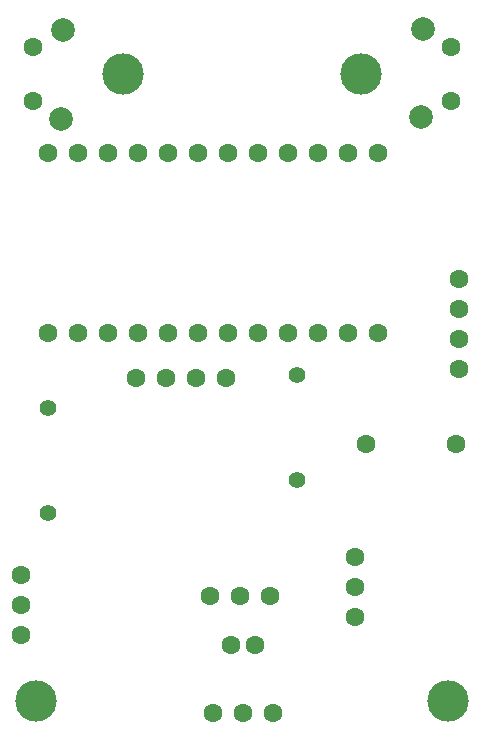
<source format=gbs>
G04 (created by PCBNEW (22-Jun-2014 BZR 4027)-stable) date Tue 27 Sep 2016 11:43:09 BST*
%MOIN*%
G04 Gerber Fmt 3.4, Leading zero omitted, Abs format*
%FSLAX34Y34*%
G01*
G70*
G90*
G04 APERTURE LIST*
%ADD10C,0.00590551*%
%ADD11C,0.055*%
%ADD12C,0.0629921*%
%ADD13C,0.0787402*%
%ADD14C,0.137795*%
G04 APERTURE END LIST*
G54D10*
G54D11*
X112500Y-34100D03*
X112500Y-30600D03*
X120800Y-33000D03*
X120800Y-29500D03*
G54D12*
X123500Y-28100D03*
X122500Y-28100D03*
X123500Y-22100D03*
X121500Y-28100D03*
X120500Y-28100D03*
X119500Y-28100D03*
X118500Y-28100D03*
X117500Y-28100D03*
X116500Y-28100D03*
X115500Y-28100D03*
X114500Y-28100D03*
X113500Y-28100D03*
X112500Y-28100D03*
X122500Y-22100D03*
X121500Y-22100D03*
X120500Y-22100D03*
X119500Y-22100D03*
X118500Y-22100D03*
X117500Y-22100D03*
X116500Y-22100D03*
X115500Y-22100D03*
X114500Y-22100D03*
X113500Y-22100D03*
X112500Y-22100D03*
X123100Y-31800D03*
X126100Y-31800D03*
X115450Y-29600D03*
X116450Y-29600D03*
X117450Y-29600D03*
X118450Y-29600D03*
X111600Y-36150D03*
X111600Y-37150D03*
X111600Y-38150D03*
X122750Y-35550D03*
X122750Y-36550D03*
X122750Y-37550D03*
X125950Y-18550D03*
X125950Y-20350D03*
G54D13*
X124950Y-20900D03*
X125000Y-17950D03*
G54D12*
X112000Y-20350D03*
X112000Y-18550D03*
G54D13*
X113000Y-18000D03*
X112950Y-20950D03*
G54D12*
X118000Y-40750D03*
X119000Y-40750D03*
X120000Y-40750D03*
X119900Y-36850D03*
X118900Y-36850D03*
X117900Y-36850D03*
G54D14*
X122950Y-19450D03*
X115000Y-19450D03*
X125850Y-40350D03*
X112100Y-40350D03*
G54D12*
X126200Y-27300D03*
X126200Y-28300D03*
X126200Y-29300D03*
X126200Y-26300D03*
X119400Y-38500D03*
X118600Y-38500D03*
M02*

</source>
